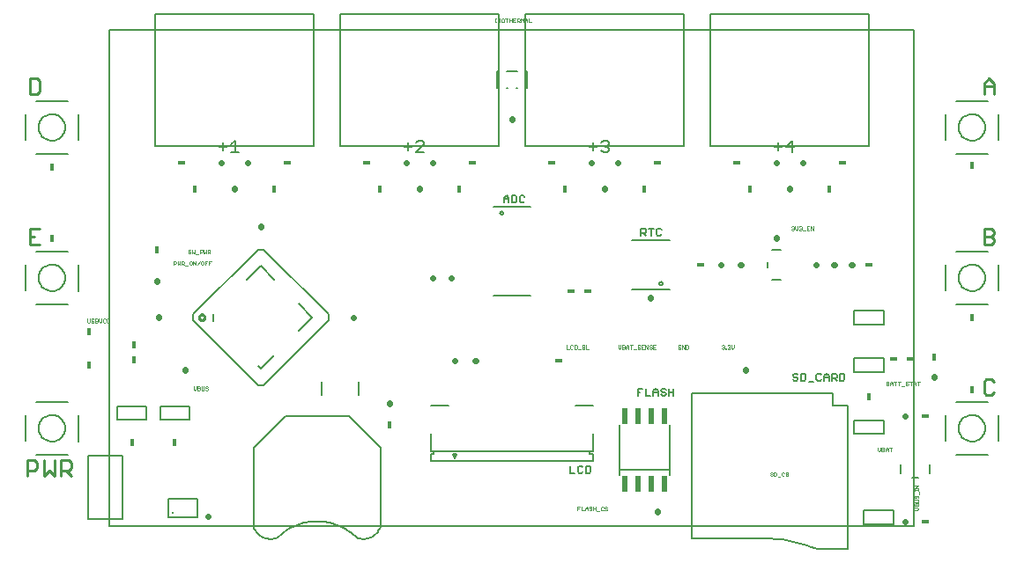
<source format=gto>
G75*
%MOIN*%
%OFA0B0*%
%FSLAX24Y24*%
%IPPOS*%
%LPD*%
%AMOC8*
5,1,8,0,0,1.08239X$1,22.5*
%
%ADD10C,0.0080*%
%ADD11C,0.0110*%
%ADD12C,0.0050*%
%ADD13C,0.0020*%
%ADD14C,0.0220*%
%ADD15R,0.0180X0.0300*%
%ADD16R,0.0300X0.0180*%
%ADD17C,0.0060*%
%ADD18R,0.0193X0.0598*%
%ADD19C,0.0100*%
%ADD20C,0.0079*%
D10*
X022271Y017330D02*
X023373Y017330D01*
X023373Y018023D01*
X022271Y018023D01*
X022271Y017330D01*
X025485Y016943D02*
X025485Y019943D01*
X026685Y021143D01*
X029085Y021143D01*
X030285Y019943D01*
X030285Y016943D01*
X030264Y016895D01*
X030240Y016849D01*
X030213Y016805D01*
X030182Y016763D01*
X030148Y016723D01*
X030112Y016686D01*
X030073Y016652D01*
X030031Y016621D01*
X029987Y016593D01*
X029941Y016568D01*
X029894Y016547D01*
X029845Y016529D01*
X029795Y016516D01*
X029743Y016505D01*
X029692Y016499D01*
X029640Y016497D01*
X029588Y016499D01*
X029536Y016504D01*
X029485Y016513D01*
X029434Y016527D01*
X029385Y016543D01*
X029320Y016605D01*
X029252Y016665D01*
X029182Y016721D01*
X029110Y016775D01*
X029035Y016825D01*
X028958Y016872D01*
X028880Y016916D01*
X028799Y016957D01*
X028717Y016994D01*
X028634Y017027D01*
X028549Y017057D01*
X028463Y017084D01*
X028376Y017106D01*
X028288Y017125D01*
X028199Y017141D01*
X028110Y017152D01*
X028020Y017160D01*
X027930Y017164D01*
X027840Y017164D01*
X027750Y017160D01*
X027660Y017152D01*
X027571Y017141D01*
X027482Y017125D01*
X027394Y017106D01*
X027307Y017084D01*
X027221Y017057D01*
X027136Y017027D01*
X027053Y016994D01*
X026971Y016957D01*
X026890Y016916D01*
X026812Y016872D01*
X026735Y016825D01*
X026660Y016775D01*
X026588Y016721D01*
X026518Y016665D01*
X026450Y016605D01*
X026385Y016543D01*
X026336Y016527D01*
X026285Y016513D01*
X026234Y016504D01*
X026182Y016499D01*
X026130Y016497D01*
X026078Y016499D01*
X026027Y016505D01*
X025975Y016516D01*
X025925Y016529D01*
X025876Y016547D01*
X025829Y016568D01*
X025783Y016593D01*
X025739Y016621D01*
X025697Y016652D01*
X025658Y016686D01*
X025622Y016723D01*
X025588Y016763D01*
X025557Y016805D01*
X025530Y016849D01*
X025506Y016895D01*
X025485Y016943D01*
X032189Y019439D02*
X038330Y019439D01*
X038330Y019714D01*
X038212Y019714D01*
X038212Y019832D01*
X032307Y019832D01*
X032307Y019714D01*
X032189Y019714D01*
X032189Y019439D01*
X032189Y019832D02*
X032189Y020490D01*
X032189Y019832D02*
X032307Y019832D01*
X033015Y019714D02*
X033094Y019557D01*
X033173Y019714D01*
X033015Y019714D01*
X033027Y019690D02*
X033161Y019690D01*
X033122Y019612D02*
X033067Y019612D01*
X032858Y021565D02*
X032189Y021565D01*
X029468Y021950D02*
X029468Y022462D01*
X028051Y022462D02*
X028051Y021950D01*
X026275Y023460D02*
X025760Y022945D01*
X025648Y023056D01*
X025648Y022332D02*
X023198Y024782D01*
X023198Y025005D01*
X025648Y027454D01*
X025871Y027454D01*
X028321Y025005D01*
X028321Y024782D01*
X025871Y022332D01*
X025648Y022332D01*
X027193Y024378D02*
X027708Y024893D01*
X027193Y025408D01*
X026275Y026327D02*
X025760Y026842D01*
X025244Y026327D01*
X023950Y025033D02*
X023950Y024754D01*
X018860Y025893D02*
X018860Y026881D01*
X018466Y027393D02*
X017253Y027393D01*
X016860Y026881D02*
X016860Y025905D01*
X017253Y025393D02*
X018466Y025393D01*
X017360Y026393D02*
X017362Y026437D01*
X017368Y026481D01*
X017378Y026524D01*
X017391Y026566D01*
X017408Y026607D01*
X017429Y026646D01*
X017453Y026683D01*
X017480Y026718D01*
X017510Y026750D01*
X017543Y026780D01*
X017579Y026806D01*
X017616Y026830D01*
X017656Y026849D01*
X017697Y026866D01*
X017740Y026878D01*
X017783Y026887D01*
X017827Y026892D01*
X017871Y026893D01*
X017915Y026890D01*
X017959Y026883D01*
X018002Y026872D01*
X018044Y026858D01*
X018084Y026840D01*
X018123Y026818D01*
X018159Y026794D01*
X018193Y026766D01*
X018225Y026735D01*
X018254Y026701D01*
X018280Y026665D01*
X018302Y026627D01*
X018321Y026587D01*
X018336Y026545D01*
X018348Y026503D01*
X018356Y026459D01*
X018360Y026415D01*
X018360Y026371D01*
X018356Y026327D01*
X018348Y026283D01*
X018336Y026241D01*
X018321Y026199D01*
X018302Y026159D01*
X018280Y026121D01*
X018254Y026085D01*
X018225Y026051D01*
X018193Y026020D01*
X018159Y025992D01*
X018123Y025968D01*
X018084Y025946D01*
X018044Y025928D01*
X018002Y025914D01*
X017959Y025903D01*
X017915Y025896D01*
X017871Y025893D01*
X017827Y025894D01*
X017783Y025899D01*
X017740Y025908D01*
X017697Y025920D01*
X017656Y025937D01*
X017616Y025956D01*
X017579Y025980D01*
X017543Y026006D01*
X017510Y026036D01*
X017480Y026068D01*
X017453Y026103D01*
X017429Y026140D01*
X017408Y026179D01*
X017391Y026220D01*
X017378Y026262D01*
X017368Y026305D01*
X017362Y026349D01*
X017360Y026393D01*
X017253Y021693D02*
X018466Y021693D01*
X018860Y021181D02*
X018860Y020193D01*
X018466Y019693D02*
X017253Y019693D01*
X016860Y020205D02*
X016860Y021181D01*
X017360Y020693D02*
X017362Y020737D01*
X017368Y020781D01*
X017378Y020824D01*
X017391Y020866D01*
X017408Y020907D01*
X017429Y020946D01*
X017453Y020983D01*
X017480Y021018D01*
X017510Y021050D01*
X017543Y021080D01*
X017579Y021106D01*
X017616Y021130D01*
X017656Y021149D01*
X017697Y021166D01*
X017740Y021178D01*
X017783Y021187D01*
X017827Y021192D01*
X017871Y021193D01*
X017915Y021190D01*
X017959Y021183D01*
X018002Y021172D01*
X018044Y021158D01*
X018084Y021140D01*
X018123Y021118D01*
X018159Y021094D01*
X018193Y021066D01*
X018225Y021035D01*
X018254Y021001D01*
X018280Y020965D01*
X018302Y020927D01*
X018321Y020887D01*
X018336Y020845D01*
X018348Y020803D01*
X018356Y020759D01*
X018360Y020715D01*
X018360Y020671D01*
X018356Y020627D01*
X018348Y020583D01*
X018336Y020541D01*
X018321Y020499D01*
X018302Y020459D01*
X018280Y020421D01*
X018254Y020385D01*
X018225Y020351D01*
X018193Y020320D01*
X018159Y020292D01*
X018123Y020268D01*
X018084Y020246D01*
X018044Y020228D01*
X018002Y020214D01*
X017959Y020203D01*
X017915Y020196D01*
X017871Y020193D01*
X017827Y020194D01*
X017783Y020199D01*
X017740Y020208D01*
X017697Y020220D01*
X017656Y020237D01*
X017616Y020256D01*
X017579Y020280D01*
X017543Y020306D01*
X017510Y020336D01*
X017480Y020368D01*
X017453Y020403D01*
X017429Y020440D01*
X017408Y020479D01*
X017391Y020520D01*
X017378Y020562D01*
X017368Y020605D01*
X017362Y020649D01*
X017360Y020693D01*
X017253Y031093D02*
X018466Y031093D01*
X018860Y031605D02*
X018860Y032581D01*
X018466Y033093D02*
X017253Y033093D01*
X016860Y032593D02*
X016860Y031605D01*
X017360Y032093D02*
X017362Y032137D01*
X017368Y032181D01*
X017378Y032224D01*
X017391Y032266D01*
X017408Y032307D01*
X017429Y032346D01*
X017453Y032383D01*
X017480Y032418D01*
X017510Y032450D01*
X017543Y032480D01*
X017579Y032506D01*
X017616Y032530D01*
X017656Y032549D01*
X017697Y032566D01*
X017740Y032578D01*
X017783Y032587D01*
X017827Y032592D01*
X017871Y032593D01*
X017915Y032590D01*
X017959Y032583D01*
X018002Y032572D01*
X018044Y032558D01*
X018084Y032540D01*
X018123Y032518D01*
X018159Y032494D01*
X018193Y032466D01*
X018225Y032435D01*
X018254Y032401D01*
X018280Y032365D01*
X018302Y032327D01*
X018321Y032287D01*
X018336Y032245D01*
X018348Y032203D01*
X018356Y032159D01*
X018360Y032115D01*
X018360Y032071D01*
X018356Y032027D01*
X018348Y031983D01*
X018336Y031941D01*
X018321Y031899D01*
X018302Y031859D01*
X018280Y031821D01*
X018254Y031785D01*
X018225Y031751D01*
X018193Y031720D01*
X018159Y031692D01*
X018123Y031668D01*
X018084Y031646D01*
X018044Y031628D01*
X018002Y031614D01*
X017959Y031603D01*
X017915Y031596D01*
X017871Y031593D01*
X017827Y031594D01*
X017783Y031599D01*
X017740Y031608D01*
X017697Y031620D01*
X017656Y031637D01*
X017616Y031656D01*
X017579Y031680D01*
X017543Y031706D01*
X017510Y031736D01*
X017480Y031768D01*
X017453Y031803D01*
X017429Y031840D01*
X017408Y031879D01*
X017391Y031920D01*
X017378Y031962D01*
X017368Y032005D01*
X017362Y032049D01*
X017360Y032093D01*
X024187Y031368D02*
X024467Y031368D01*
X024647Y031439D02*
X024788Y031579D01*
X024788Y031158D01*
X024928Y031158D02*
X024647Y031158D01*
X024327Y031228D02*
X024327Y031509D01*
X031187Y031368D02*
X031467Y031368D01*
X031327Y031228D02*
X031327Y031509D01*
X031647Y031509D02*
X031717Y031579D01*
X031858Y031579D01*
X031928Y031509D01*
X031928Y031439D01*
X031647Y031158D01*
X031928Y031158D01*
X034813Y028853D02*
X034815Y028868D01*
X034821Y028881D01*
X034830Y028893D01*
X034841Y028902D01*
X034855Y028908D01*
X034870Y028910D01*
X034885Y028908D01*
X034898Y028902D01*
X034910Y028893D01*
X034919Y028882D01*
X034925Y028868D01*
X034927Y028853D01*
X034925Y028838D01*
X034919Y028825D01*
X034910Y028813D01*
X034899Y028804D01*
X034885Y028798D01*
X034870Y028796D01*
X034855Y028798D01*
X034842Y028804D01*
X034830Y028813D01*
X034821Y028824D01*
X034815Y028838D01*
X034813Y028853D01*
X038187Y031368D02*
X038467Y031368D01*
X038327Y031228D02*
X038327Y031509D01*
X038647Y031509D02*
X038717Y031579D01*
X038858Y031579D01*
X038928Y031509D01*
X038928Y031439D01*
X038858Y031368D01*
X038928Y031298D01*
X038928Y031228D01*
X038858Y031158D01*
X038717Y031158D01*
X038647Y031228D01*
X038788Y031368D02*
X038858Y031368D01*
X045187Y031368D02*
X045467Y031368D01*
X045647Y031368D02*
X045858Y031579D01*
X045858Y031158D01*
X045928Y031368D02*
X045647Y031368D01*
X045327Y031509D02*
X045327Y031228D01*
X045429Y027453D02*
X045090Y027453D01*
X044940Y026999D02*
X044940Y026788D01*
X045090Y026333D02*
X045429Y026333D01*
X040843Y026183D02*
X040845Y026198D01*
X040851Y026211D01*
X040860Y026223D01*
X040871Y026232D01*
X040885Y026238D01*
X040900Y026240D01*
X040915Y026238D01*
X040928Y026232D01*
X040940Y026223D01*
X040949Y026212D01*
X040955Y026198D01*
X040957Y026183D01*
X040955Y026168D01*
X040949Y026155D01*
X040940Y026143D01*
X040929Y026134D01*
X040915Y026128D01*
X040900Y026126D01*
X040885Y026128D01*
X040872Y026134D01*
X040860Y026143D01*
X040851Y026154D01*
X040845Y026168D01*
X040843Y026183D01*
X038330Y021565D02*
X037661Y021565D01*
X039340Y020825D02*
X039340Y019108D01*
X041229Y019108D01*
X041229Y018912D01*
X041229Y019108D02*
X041229Y020825D01*
X039340Y019108D02*
X039340Y018912D01*
X038330Y019832D02*
X038212Y019832D01*
X038330Y019832D02*
X038330Y020490D01*
X049950Y019312D02*
X049950Y018974D01*
X050404Y018824D02*
X050615Y018824D01*
X051070Y018974D02*
X051070Y019312D01*
X052053Y019693D02*
X053266Y019693D01*
X053660Y020205D02*
X053660Y021181D01*
X053266Y021693D02*
X052053Y021693D01*
X051660Y021193D02*
X051660Y020205D01*
X052160Y020693D02*
X052162Y020737D01*
X052168Y020781D01*
X052178Y020824D01*
X052191Y020866D01*
X052208Y020907D01*
X052229Y020946D01*
X052253Y020983D01*
X052280Y021018D01*
X052310Y021050D01*
X052343Y021080D01*
X052379Y021106D01*
X052416Y021130D01*
X052456Y021149D01*
X052497Y021166D01*
X052540Y021178D01*
X052583Y021187D01*
X052627Y021192D01*
X052671Y021193D01*
X052715Y021190D01*
X052759Y021183D01*
X052802Y021172D01*
X052844Y021158D01*
X052884Y021140D01*
X052923Y021118D01*
X052959Y021094D01*
X052993Y021066D01*
X053025Y021035D01*
X053054Y021001D01*
X053080Y020965D01*
X053102Y020927D01*
X053121Y020887D01*
X053136Y020845D01*
X053148Y020803D01*
X053156Y020759D01*
X053160Y020715D01*
X053160Y020671D01*
X053156Y020627D01*
X053148Y020583D01*
X053136Y020541D01*
X053121Y020499D01*
X053102Y020459D01*
X053080Y020421D01*
X053054Y020385D01*
X053025Y020351D01*
X052993Y020320D01*
X052959Y020292D01*
X052923Y020268D01*
X052884Y020246D01*
X052844Y020228D01*
X052802Y020214D01*
X052759Y020203D01*
X052715Y020196D01*
X052671Y020193D01*
X052627Y020194D01*
X052583Y020199D01*
X052540Y020208D01*
X052497Y020220D01*
X052456Y020237D01*
X052416Y020256D01*
X052379Y020280D01*
X052343Y020306D01*
X052310Y020336D01*
X052280Y020368D01*
X052253Y020403D01*
X052229Y020440D01*
X052208Y020479D01*
X052191Y020520D01*
X052178Y020562D01*
X052168Y020605D01*
X052162Y020649D01*
X052160Y020693D01*
X052053Y025393D02*
X053266Y025393D01*
X053660Y025905D02*
X053660Y026881D01*
X053266Y027393D02*
X052053Y027393D01*
X051660Y026893D02*
X051660Y025905D01*
X052160Y026393D02*
X052162Y026437D01*
X052168Y026481D01*
X052178Y026524D01*
X052191Y026566D01*
X052208Y026607D01*
X052229Y026646D01*
X052253Y026683D01*
X052280Y026718D01*
X052310Y026750D01*
X052343Y026780D01*
X052379Y026806D01*
X052416Y026830D01*
X052456Y026849D01*
X052497Y026866D01*
X052540Y026878D01*
X052583Y026887D01*
X052627Y026892D01*
X052671Y026893D01*
X052715Y026890D01*
X052759Y026883D01*
X052802Y026872D01*
X052844Y026858D01*
X052884Y026840D01*
X052923Y026818D01*
X052959Y026794D01*
X052993Y026766D01*
X053025Y026735D01*
X053054Y026701D01*
X053080Y026665D01*
X053102Y026627D01*
X053121Y026587D01*
X053136Y026545D01*
X053148Y026503D01*
X053156Y026459D01*
X053160Y026415D01*
X053160Y026371D01*
X053156Y026327D01*
X053148Y026283D01*
X053136Y026241D01*
X053121Y026199D01*
X053102Y026159D01*
X053080Y026121D01*
X053054Y026085D01*
X053025Y026051D01*
X052993Y026020D01*
X052959Y025992D01*
X052923Y025968D01*
X052884Y025946D01*
X052844Y025928D01*
X052802Y025914D01*
X052759Y025903D01*
X052715Y025896D01*
X052671Y025893D01*
X052627Y025894D01*
X052583Y025899D01*
X052540Y025908D01*
X052497Y025920D01*
X052456Y025937D01*
X052416Y025956D01*
X052379Y025980D01*
X052343Y026006D01*
X052310Y026036D01*
X052280Y026068D01*
X052253Y026103D01*
X052229Y026140D01*
X052208Y026179D01*
X052191Y026220D01*
X052178Y026262D01*
X052168Y026305D01*
X052162Y026349D01*
X052160Y026393D01*
X052053Y031093D02*
X053266Y031093D01*
X053660Y031605D02*
X053660Y032581D01*
X053266Y033093D02*
X052053Y033093D01*
X051660Y032593D02*
X051660Y031605D01*
X052160Y032093D02*
X052162Y032137D01*
X052168Y032181D01*
X052178Y032224D01*
X052191Y032266D01*
X052208Y032307D01*
X052229Y032346D01*
X052253Y032383D01*
X052280Y032418D01*
X052310Y032450D01*
X052343Y032480D01*
X052379Y032506D01*
X052416Y032530D01*
X052456Y032549D01*
X052497Y032566D01*
X052540Y032578D01*
X052583Y032587D01*
X052627Y032592D01*
X052671Y032593D01*
X052715Y032590D01*
X052759Y032583D01*
X052802Y032572D01*
X052844Y032558D01*
X052884Y032540D01*
X052923Y032518D01*
X052959Y032494D01*
X052993Y032466D01*
X053025Y032435D01*
X053054Y032401D01*
X053080Y032365D01*
X053102Y032327D01*
X053121Y032287D01*
X053136Y032245D01*
X053148Y032203D01*
X053156Y032159D01*
X053160Y032115D01*
X053160Y032071D01*
X053156Y032027D01*
X053148Y031983D01*
X053136Y031941D01*
X053121Y031899D01*
X053102Y031859D01*
X053080Y031821D01*
X053054Y031785D01*
X053025Y031751D01*
X052993Y031720D01*
X052959Y031692D01*
X052923Y031668D01*
X052884Y031646D01*
X052844Y031628D01*
X052802Y031614D01*
X052759Y031603D01*
X052715Y031596D01*
X052671Y031593D01*
X052627Y031594D01*
X052583Y031599D01*
X052540Y031608D01*
X052497Y031620D01*
X052456Y031637D01*
X052416Y031656D01*
X052379Y031680D01*
X052343Y031706D01*
X052310Y031736D01*
X052280Y031768D01*
X052253Y031803D01*
X052229Y031840D01*
X052208Y031879D01*
X052191Y031920D01*
X052178Y031962D01*
X052168Y032005D01*
X052162Y032049D01*
X052160Y032093D01*
D11*
X053115Y033348D02*
X053115Y033742D01*
X053311Y033939D01*
X053508Y033742D01*
X053508Y033348D01*
X053508Y033644D02*
X053115Y033644D01*
X053115Y028239D02*
X053410Y028239D01*
X053508Y028140D01*
X053508Y028042D01*
X053410Y027944D01*
X053115Y027944D01*
X053410Y027944D02*
X053508Y027845D01*
X053508Y027747D01*
X053410Y027648D01*
X053115Y027648D01*
X053115Y028239D01*
X053213Y022539D02*
X053115Y022440D01*
X053115Y022047D01*
X053213Y021948D01*
X053410Y021948D01*
X053508Y022047D01*
X053508Y022440D02*
X053410Y022539D01*
X053213Y022539D01*
X018597Y019390D02*
X018597Y019194D01*
X018499Y019095D01*
X018204Y019095D01*
X018400Y019095D02*
X018597Y018898D01*
X018204Y018898D02*
X018204Y019489D01*
X018499Y019489D01*
X018597Y019390D01*
X017953Y019489D02*
X017953Y018898D01*
X017756Y019095D01*
X017559Y018898D01*
X017559Y019489D01*
X017308Y019390D02*
X017308Y019194D01*
X017210Y019095D01*
X016915Y019095D01*
X016915Y018898D02*
X016915Y019489D01*
X017210Y019489D01*
X017308Y019390D01*
X017408Y027648D02*
X017015Y027648D01*
X017015Y028239D01*
X017408Y028239D01*
X017211Y027944D02*
X017015Y027944D01*
X017015Y033348D02*
X017310Y033348D01*
X017408Y033447D01*
X017408Y033840D01*
X017310Y033939D01*
X017015Y033939D01*
X017015Y033348D01*
D12*
X020043Y035803D02*
X020043Y016984D01*
X050476Y016984D01*
X050476Y035803D01*
X020043Y035803D01*
X021760Y036393D02*
X027760Y036393D01*
X027760Y031393D01*
X021760Y031393D01*
X021760Y036393D01*
X028760Y036393D02*
X034760Y036393D01*
X034760Y031393D01*
X028760Y031393D01*
X028760Y036393D01*
X035760Y036393D02*
X035760Y031393D01*
X041760Y031393D01*
X041760Y036393D01*
X035760Y036393D01*
X042760Y036393D02*
X048760Y036393D01*
X048760Y031393D01*
X042760Y031393D01*
X042760Y036393D01*
X035729Y029468D02*
X035684Y029514D01*
X035594Y029514D01*
X035549Y029468D01*
X035549Y029288D01*
X035594Y029243D01*
X035684Y029243D01*
X035729Y029288D01*
X035434Y029288D02*
X035434Y029468D01*
X035389Y029514D01*
X035254Y029514D01*
X035254Y029243D01*
X035389Y029243D01*
X035434Y029288D01*
X035140Y029243D02*
X035140Y029423D01*
X035050Y029514D01*
X034960Y029423D01*
X034960Y029243D01*
X034960Y029378D02*
X035140Y029378D01*
X040147Y028264D02*
X040282Y028264D01*
X040327Y028218D01*
X040327Y028128D01*
X040282Y028083D01*
X040147Y028083D01*
X040147Y027993D02*
X040147Y028264D01*
X040237Y028083D02*
X040327Y027993D01*
X040532Y027993D02*
X040532Y028264D01*
X040442Y028264D02*
X040622Y028264D01*
X040736Y028218D02*
X040736Y028038D01*
X040781Y027993D01*
X040871Y027993D01*
X040916Y028038D01*
X040916Y028218D02*
X040871Y028264D01*
X040781Y028264D01*
X040736Y028218D01*
X045942Y022764D02*
X045897Y022718D01*
X045897Y022673D01*
X045942Y022628D01*
X046032Y022628D01*
X046077Y022583D01*
X046077Y022538D01*
X046032Y022493D01*
X045942Y022493D01*
X045897Y022538D01*
X045942Y022764D02*
X046032Y022764D01*
X046077Y022718D01*
X046192Y022764D02*
X046327Y022764D01*
X046372Y022718D01*
X046372Y022538D01*
X046327Y022493D01*
X046192Y022493D01*
X046192Y022764D01*
X046486Y022448D02*
X046666Y022448D01*
X046781Y022538D02*
X046826Y022493D01*
X046916Y022493D01*
X046961Y022538D01*
X047076Y022493D02*
X047076Y022673D01*
X047166Y022764D01*
X047256Y022673D01*
X047256Y022493D01*
X047370Y022493D02*
X047370Y022764D01*
X047505Y022764D01*
X047550Y022718D01*
X047550Y022628D01*
X047505Y022583D01*
X047370Y022583D01*
X047460Y022583D02*
X047550Y022493D01*
X047665Y022493D02*
X047800Y022493D01*
X047845Y022538D01*
X047845Y022718D01*
X047800Y022764D01*
X047665Y022764D01*
X047665Y022493D01*
X047256Y022628D02*
X047076Y022628D01*
X046961Y022718D02*
X046916Y022764D01*
X046826Y022764D01*
X046781Y022718D01*
X046781Y022538D01*
X047410Y022020D02*
X047410Y021570D01*
X047960Y021570D01*
X047960Y016120D01*
X046963Y016120D01*
X046906Y016121D01*
X046848Y016126D01*
X046791Y016133D01*
X046735Y016144D01*
X046679Y016157D01*
X046624Y016173D01*
X046569Y016192D01*
X044789Y016520D02*
X042060Y016520D01*
X042060Y022020D01*
X047410Y022020D01*
X041381Y022066D02*
X041201Y022066D01*
X041086Y022021D02*
X041086Y021976D01*
X041041Y021931D01*
X040951Y021931D01*
X040906Y021976D01*
X040951Y022066D02*
X041041Y022066D01*
X041086Y022021D01*
X041086Y022156D02*
X041041Y022201D01*
X040951Y022201D01*
X040906Y022156D01*
X040906Y022111D01*
X040951Y022066D01*
X040791Y022066D02*
X040611Y022066D01*
X040611Y022111D02*
X040701Y022201D01*
X040791Y022111D01*
X040791Y021931D01*
X040611Y021931D02*
X040611Y022111D01*
X040497Y021931D02*
X040317Y021931D01*
X040317Y022201D01*
X040202Y022201D02*
X040022Y022201D01*
X040022Y021931D01*
X040022Y022066D02*
X040112Y022066D01*
X041201Y021931D02*
X041201Y022201D01*
X041381Y022201D02*
X041381Y021931D01*
X038229Y019218D02*
X038184Y019264D01*
X038049Y019264D01*
X038049Y018993D01*
X038184Y018993D01*
X038229Y019038D01*
X038229Y019218D01*
X037934Y019218D02*
X037889Y019264D01*
X037799Y019264D01*
X037754Y019218D01*
X037754Y019038D01*
X037799Y018993D01*
X037889Y018993D01*
X037934Y019038D01*
X037640Y018993D02*
X037460Y018993D01*
X037460Y019264D01*
X044789Y016520D02*
X044929Y016518D01*
X045069Y016512D01*
X045208Y016502D01*
X045348Y016489D01*
X045487Y016471D01*
X045625Y016450D01*
X045763Y016424D01*
X045900Y016395D01*
X046036Y016362D01*
X046171Y016325D01*
X046305Y016285D01*
X046437Y016240D01*
X046569Y016192D01*
X020535Y017256D02*
X019235Y017256D01*
X019235Y019656D01*
X020535Y019656D01*
X020535Y017256D01*
D13*
X023272Y022136D02*
X023318Y022183D01*
X023318Y022276D01*
X023372Y022276D02*
X023442Y022276D01*
X023466Y022253D01*
X023466Y022229D01*
X023442Y022206D01*
X023372Y022206D01*
X023372Y022136D02*
X023372Y022276D01*
X023442Y022206D02*
X023466Y022183D01*
X023466Y022159D01*
X023442Y022136D01*
X023372Y022136D01*
X023272Y022136D02*
X023225Y022183D01*
X023225Y022276D01*
X023520Y022276D02*
X023520Y022159D01*
X023543Y022136D01*
X023590Y022136D01*
X023613Y022159D01*
X023613Y022276D01*
X023667Y022253D02*
X023690Y022276D01*
X023737Y022276D01*
X023760Y022253D01*
X023737Y022206D02*
X023760Y022183D01*
X023760Y022159D01*
X023737Y022136D01*
X023690Y022136D01*
X023667Y022159D01*
X023690Y022206D02*
X023737Y022206D01*
X023690Y022206D02*
X023667Y022229D01*
X023667Y022253D01*
X020033Y024722D02*
X020009Y024698D01*
X019963Y024698D01*
X019939Y024722D01*
X019939Y024815D01*
X019963Y024838D01*
X020009Y024838D01*
X020033Y024815D01*
X019885Y024815D02*
X019862Y024838D01*
X019815Y024838D01*
X019792Y024815D01*
X019792Y024722D01*
X019815Y024698D01*
X019862Y024698D01*
X019885Y024722D01*
X019738Y024745D02*
X019738Y024838D01*
X019738Y024745D02*
X019691Y024698D01*
X019645Y024745D01*
X019645Y024838D01*
X019591Y024815D02*
X019591Y024792D01*
X019567Y024768D01*
X019497Y024768D01*
X019443Y024745D02*
X019443Y024722D01*
X019420Y024698D01*
X019373Y024698D01*
X019350Y024722D01*
X019373Y024768D02*
X019420Y024768D01*
X019443Y024745D01*
X019443Y024815D02*
X019420Y024838D01*
X019373Y024838D01*
X019350Y024815D01*
X019350Y024792D01*
X019373Y024768D01*
X019296Y024722D02*
X019296Y024838D01*
X019203Y024838D02*
X019203Y024722D01*
X019226Y024698D01*
X019273Y024698D01*
X019296Y024722D01*
X019497Y024698D02*
X019567Y024698D01*
X019591Y024722D01*
X019591Y024745D01*
X019567Y024768D01*
X019591Y024815D02*
X019567Y024838D01*
X019497Y024838D01*
X019497Y024698D01*
X022470Y026886D02*
X022470Y027026D01*
X022540Y027026D01*
X022564Y027003D01*
X022564Y026956D01*
X022540Y026933D01*
X022470Y026933D01*
X022618Y026886D02*
X022664Y026933D01*
X022711Y026886D01*
X022711Y027026D01*
X022765Y027026D02*
X022835Y027026D01*
X022858Y027003D01*
X022858Y026956D01*
X022835Y026933D01*
X022765Y026933D01*
X022812Y026933D02*
X022858Y026886D01*
X022912Y026862D02*
X023006Y026862D01*
X023060Y026909D02*
X023083Y026886D01*
X023130Y026886D01*
X023153Y026909D01*
X023153Y027003D01*
X023130Y027026D01*
X023083Y027026D01*
X023060Y027003D01*
X023060Y026909D01*
X023207Y026886D02*
X023207Y027026D01*
X023300Y026886D01*
X023300Y027026D01*
X023448Y027026D02*
X023354Y026886D01*
X023502Y026909D02*
X023525Y026886D01*
X023572Y026886D01*
X023595Y026909D01*
X023595Y027003D01*
X023572Y027026D01*
X023525Y027026D01*
X023502Y027003D01*
X023502Y026909D01*
X023649Y026886D02*
X023649Y027026D01*
X023742Y027026D01*
X023796Y027026D02*
X023890Y027026D01*
X023843Y026956D02*
X023796Y026956D01*
X023796Y026886D02*
X023796Y027026D01*
X023696Y026956D02*
X023649Y026956D01*
X023604Y027323D02*
X023651Y027370D01*
X023698Y027323D01*
X023698Y027463D01*
X023752Y027463D02*
X023822Y027463D01*
X023845Y027440D01*
X023845Y027393D01*
X023822Y027370D01*
X023752Y027370D01*
X023798Y027370D02*
X023845Y027323D01*
X023752Y027323D02*
X023752Y027463D01*
X023604Y027463D02*
X023604Y027323D01*
X023550Y027393D02*
X023527Y027370D01*
X023457Y027370D01*
X023457Y027323D02*
X023457Y027463D01*
X023527Y027463D01*
X023550Y027440D01*
X023550Y027393D01*
X023403Y027300D02*
X023310Y027300D01*
X023256Y027323D02*
X023256Y027463D01*
X023162Y027463D02*
X023162Y027323D01*
X023209Y027370D01*
X023256Y027323D01*
X023108Y027347D02*
X023085Y027323D01*
X023038Y027323D01*
X023015Y027347D01*
X023038Y027393D02*
X023085Y027393D01*
X023108Y027370D01*
X023108Y027347D01*
X023038Y027393D02*
X023015Y027417D01*
X023015Y027440D01*
X023038Y027463D01*
X023085Y027463D01*
X023108Y027440D01*
X022765Y027026D02*
X022765Y026886D01*
X022618Y026886D02*
X022618Y027026D01*
X034620Y036073D02*
X034667Y036073D01*
X034643Y036073D02*
X034643Y036213D01*
X034620Y036213D02*
X034667Y036213D01*
X034718Y036190D02*
X034718Y036167D01*
X034742Y036143D01*
X034788Y036143D01*
X034812Y036120D01*
X034812Y036097D01*
X034788Y036073D01*
X034742Y036073D01*
X034718Y036097D01*
X034718Y036190D02*
X034742Y036213D01*
X034788Y036213D01*
X034812Y036190D01*
X034865Y036190D02*
X034865Y036097D01*
X034889Y036073D01*
X034936Y036073D01*
X034959Y036097D01*
X034959Y036190D01*
X034936Y036213D01*
X034889Y036213D01*
X034865Y036190D01*
X035013Y036213D02*
X035106Y036213D01*
X035060Y036213D02*
X035060Y036073D01*
X035160Y036073D02*
X035160Y036213D01*
X035160Y036143D02*
X035254Y036143D01*
X035307Y036143D02*
X035354Y036143D01*
X035307Y036073D02*
X035401Y036073D01*
X035455Y036073D02*
X035455Y036213D01*
X035525Y036213D01*
X035548Y036190D01*
X035548Y036143D01*
X035525Y036120D01*
X035455Y036120D01*
X035501Y036120D02*
X035548Y036073D01*
X035602Y036073D02*
X035602Y036213D01*
X035649Y036167D01*
X035696Y036213D01*
X035696Y036073D01*
X035749Y036073D02*
X035749Y036167D01*
X035796Y036213D01*
X035843Y036167D01*
X035843Y036073D01*
X035897Y036073D02*
X035990Y036073D01*
X035897Y036073D02*
X035897Y036213D01*
X035843Y036143D02*
X035749Y036143D01*
X035401Y036213D02*
X035307Y036213D01*
X035307Y036073D01*
X035254Y036073D02*
X035254Y036213D01*
X045828Y028315D02*
X045851Y028338D01*
X045898Y028338D01*
X045921Y028315D01*
X045921Y028292D01*
X045898Y028268D01*
X045921Y028245D01*
X045921Y028222D01*
X045898Y028198D01*
X045851Y028198D01*
X045828Y028222D01*
X045874Y028268D02*
X045898Y028268D01*
X045975Y028245D02*
X046022Y028198D01*
X046068Y028245D01*
X046068Y028338D01*
X046122Y028315D02*
X046146Y028338D01*
X046192Y028338D01*
X046216Y028315D01*
X046216Y028292D01*
X046192Y028268D01*
X046216Y028245D01*
X046216Y028222D01*
X046192Y028198D01*
X046146Y028198D01*
X046122Y028222D01*
X046169Y028268D02*
X046192Y028268D01*
X046270Y028175D02*
X046363Y028175D01*
X046417Y028198D02*
X046510Y028198D01*
X046564Y028198D02*
X046564Y028338D01*
X046658Y028198D01*
X046658Y028338D01*
X046510Y028338D02*
X046417Y028338D01*
X046417Y028198D01*
X046417Y028268D02*
X046464Y028268D01*
X045975Y028245D02*
X045975Y028338D01*
X043661Y023838D02*
X043661Y023745D01*
X043614Y023698D01*
X043568Y023745D01*
X043568Y023838D01*
X043514Y023815D02*
X043514Y023792D01*
X043490Y023768D01*
X043514Y023745D01*
X043514Y023722D01*
X043490Y023698D01*
X043444Y023698D01*
X043420Y023722D01*
X043370Y023722D02*
X043370Y023698D01*
X043347Y023698D01*
X043347Y023722D01*
X043370Y023722D01*
X043293Y023722D02*
X043269Y023698D01*
X043223Y023698D01*
X043199Y023722D01*
X043246Y023768D02*
X043269Y023768D01*
X043293Y023745D01*
X043293Y023722D01*
X043269Y023768D02*
X043293Y023792D01*
X043293Y023815D01*
X043269Y023838D01*
X043223Y023838D01*
X043199Y023815D01*
X043420Y023815D02*
X043444Y023838D01*
X043490Y023838D01*
X043514Y023815D01*
X043490Y023768D02*
X043467Y023768D01*
X041937Y023722D02*
X041937Y023815D01*
X041913Y023838D01*
X041843Y023838D01*
X041843Y023698D01*
X041913Y023698D01*
X041937Y023722D01*
X041937Y023815D01*
X041913Y023838D01*
X041843Y023838D01*
X041843Y023698D01*
X041913Y023698D01*
X041937Y023722D01*
X041789Y023698D02*
X041789Y023838D01*
X041789Y023698D01*
X041696Y023838D01*
X041696Y023698D01*
X041696Y023838D01*
X041789Y023698D01*
X041642Y023722D02*
X041642Y023768D01*
X041595Y023768D01*
X041642Y023768D01*
X041642Y023722D01*
X041619Y023698D01*
X041572Y023698D01*
X041549Y023722D01*
X041549Y023815D01*
X041572Y023838D01*
X041619Y023838D01*
X041642Y023815D01*
X041619Y023838D01*
X041572Y023838D01*
X041549Y023815D01*
X041549Y023722D01*
X041572Y023698D01*
X041619Y023698D01*
X041642Y023722D01*
X040702Y023698D02*
X040609Y023698D01*
X040609Y023838D01*
X040702Y023838D01*
X040656Y023768D02*
X040609Y023768D01*
X040555Y023745D02*
X040555Y023722D01*
X040532Y023698D01*
X040485Y023698D01*
X040461Y023722D01*
X040485Y023768D02*
X040532Y023768D01*
X040555Y023745D01*
X040555Y023815D02*
X040532Y023838D01*
X040485Y023838D01*
X040461Y023815D01*
X040461Y023792D01*
X040485Y023768D01*
X040408Y023698D02*
X040408Y023838D01*
X040314Y023838D02*
X040408Y023698D01*
X040314Y023698D02*
X040314Y023838D01*
X040260Y023838D02*
X040167Y023838D01*
X040167Y023698D01*
X040260Y023698D01*
X040214Y023768D02*
X040167Y023768D01*
X040113Y023745D02*
X040113Y023722D01*
X040090Y023698D01*
X040043Y023698D01*
X040020Y023722D01*
X040043Y023768D02*
X040090Y023768D01*
X040113Y023745D01*
X040113Y023815D02*
X040090Y023838D01*
X040043Y023838D01*
X040020Y023815D01*
X040020Y023792D01*
X040043Y023768D01*
X039966Y023675D02*
X039872Y023675D01*
X039772Y023698D02*
X039772Y023838D01*
X039818Y023838D02*
X039725Y023838D01*
X039671Y023792D02*
X039671Y023698D01*
X039671Y023768D02*
X039578Y023768D01*
X039578Y023792D02*
X039624Y023838D01*
X039671Y023792D01*
X039578Y023792D02*
X039578Y023698D01*
X039524Y023722D02*
X039500Y023698D01*
X039430Y023698D01*
X039430Y023838D01*
X039500Y023838D01*
X039524Y023815D01*
X039524Y023792D01*
X039500Y023768D01*
X039430Y023768D01*
X039376Y023745D02*
X039376Y023838D01*
X039376Y023745D02*
X039330Y023698D01*
X039283Y023745D01*
X039283Y023838D01*
X039500Y023768D02*
X039524Y023745D01*
X039524Y023722D01*
X038158Y023698D02*
X038064Y023698D01*
X038064Y023838D01*
X038010Y023815D02*
X038010Y023792D01*
X037987Y023768D01*
X037917Y023768D01*
X037917Y023698D02*
X037987Y023698D01*
X038010Y023722D01*
X038010Y023745D01*
X037987Y023768D01*
X038010Y023815D02*
X037987Y023838D01*
X037917Y023838D01*
X037917Y023698D01*
X037863Y023675D02*
X037770Y023675D01*
X037716Y023722D02*
X037716Y023815D01*
X037692Y023838D01*
X037622Y023838D01*
X037622Y023698D01*
X037692Y023698D01*
X037716Y023722D01*
X037568Y023722D02*
X037545Y023698D01*
X037498Y023698D01*
X037475Y023722D01*
X037475Y023815D01*
X037498Y023838D01*
X037545Y023838D01*
X037568Y023815D01*
X037421Y023698D02*
X037328Y023698D01*
X037328Y023838D01*
X045026Y019003D02*
X045026Y018979D01*
X045050Y018956D01*
X045096Y018956D01*
X045120Y018933D01*
X045120Y018909D01*
X045096Y018886D01*
X045050Y018886D01*
X045026Y018909D01*
X045026Y019003D02*
X045050Y019026D01*
X045096Y019026D01*
X045120Y019003D01*
X045174Y019026D02*
X045244Y019026D01*
X045267Y019003D01*
X045267Y018909D01*
X045244Y018886D01*
X045174Y018886D01*
X045174Y019026D01*
X045321Y018862D02*
X045414Y018862D01*
X045468Y018909D02*
X045492Y018886D01*
X045538Y018886D01*
X045562Y018909D01*
X045616Y018909D02*
X045639Y018886D01*
X045686Y018886D01*
X045709Y018909D01*
X045709Y018933D01*
X045686Y018956D01*
X045639Y018956D01*
X045616Y018979D01*
X045616Y019003D01*
X045639Y019026D01*
X045686Y019026D01*
X045709Y019003D01*
X045562Y019003D02*
X045538Y019026D01*
X045492Y019026D01*
X045468Y019003D01*
X045468Y018909D01*
X049100Y019870D02*
X049147Y019823D01*
X049193Y019870D01*
X049193Y019963D01*
X049247Y019963D02*
X049317Y019963D01*
X049341Y019940D01*
X049341Y019917D01*
X049317Y019893D01*
X049247Y019893D01*
X049247Y019823D02*
X049317Y019823D01*
X049341Y019847D01*
X049341Y019870D01*
X049317Y019893D01*
X049395Y019893D02*
X049488Y019893D01*
X049488Y019917D02*
X049488Y019823D01*
X049395Y019823D02*
X049395Y019917D01*
X049441Y019963D01*
X049488Y019917D01*
X049542Y019963D02*
X049635Y019963D01*
X049589Y019963D02*
X049589Y019823D01*
X049247Y019823D02*
X049247Y019963D01*
X049100Y019963D02*
X049100Y019870D01*
X050502Y018528D02*
X050642Y018528D01*
X050502Y018435D01*
X050642Y018435D01*
X050642Y018383D02*
X050642Y018336D01*
X050642Y018360D02*
X050502Y018360D01*
X050502Y018383D02*
X050502Y018336D01*
X050665Y018282D02*
X050665Y018189D01*
X050619Y018135D02*
X050642Y018112D01*
X050642Y018065D01*
X050619Y018042D01*
X050572Y018065D02*
X050572Y018112D01*
X050595Y018135D01*
X050619Y018135D01*
X050572Y018065D02*
X050549Y018042D01*
X050525Y018042D01*
X050502Y018065D01*
X050502Y018112D01*
X050525Y018135D01*
X050502Y017988D02*
X050619Y017988D01*
X050642Y017964D01*
X050642Y017918D01*
X050619Y017894D01*
X050502Y017894D01*
X050525Y017840D02*
X050549Y017840D01*
X050572Y017817D01*
X050572Y017747D01*
X050595Y017693D02*
X050502Y017693D01*
X050502Y017747D02*
X050502Y017817D01*
X050525Y017840D01*
X050572Y017817D02*
X050595Y017840D01*
X050619Y017840D01*
X050642Y017817D01*
X050642Y017747D01*
X050502Y017747D01*
X050595Y017693D02*
X050642Y017646D01*
X050595Y017600D01*
X050502Y017600D01*
X050102Y022300D02*
X050008Y022300D01*
X049908Y022323D02*
X049908Y022463D01*
X049954Y022463D02*
X049861Y022463D01*
X049807Y022463D02*
X049714Y022463D01*
X049760Y022463D02*
X049760Y022323D01*
X049660Y022323D02*
X049660Y022417D01*
X049613Y022463D01*
X049566Y022417D01*
X049566Y022323D01*
X049512Y022347D02*
X049489Y022323D01*
X049419Y022323D01*
X049419Y022463D01*
X049489Y022463D01*
X049512Y022440D01*
X049512Y022417D01*
X049489Y022393D01*
X049419Y022393D01*
X049489Y022393D02*
X049512Y022370D01*
X049512Y022347D01*
X049566Y022393D02*
X049660Y022393D01*
X050156Y022417D02*
X050179Y022393D01*
X050226Y022393D01*
X050249Y022370D01*
X050249Y022347D01*
X050226Y022323D01*
X050179Y022323D01*
X050156Y022347D01*
X050156Y022417D02*
X050156Y022440D01*
X050179Y022463D01*
X050226Y022463D01*
X050249Y022440D01*
X050303Y022463D02*
X050396Y022463D01*
X050350Y022463D02*
X050350Y022323D01*
X050450Y022323D02*
X050450Y022417D01*
X050497Y022463D01*
X050544Y022417D01*
X050544Y022323D01*
X050544Y022393D02*
X050450Y022393D01*
X050598Y022463D02*
X050691Y022463D01*
X050644Y022463D02*
X050644Y022323D01*
X038867Y017690D02*
X038844Y017713D01*
X038797Y017713D01*
X038774Y017690D01*
X038774Y017667D01*
X038797Y017643D01*
X038844Y017643D01*
X038867Y017620D01*
X038867Y017597D01*
X038844Y017573D01*
X038797Y017573D01*
X038774Y017597D01*
X038720Y017597D02*
X038697Y017573D01*
X038650Y017573D01*
X038627Y017597D01*
X038627Y017690D01*
X038650Y017713D01*
X038697Y017713D01*
X038720Y017690D01*
X038573Y017550D02*
X038479Y017550D01*
X038425Y017573D02*
X038425Y017713D01*
X038425Y017643D02*
X038332Y017643D01*
X038278Y017620D02*
X038278Y017597D01*
X038255Y017573D01*
X038208Y017573D01*
X038185Y017597D01*
X038208Y017643D02*
X038255Y017643D01*
X038278Y017620D01*
X038278Y017690D02*
X038255Y017713D01*
X038208Y017713D01*
X038185Y017690D01*
X038185Y017667D01*
X038208Y017643D01*
X038131Y017643D02*
X038037Y017643D01*
X038037Y017667D02*
X038084Y017713D01*
X038131Y017667D01*
X038131Y017573D01*
X038037Y017573D02*
X038037Y017667D01*
X037983Y017573D02*
X037890Y017573D01*
X037890Y017713D01*
X037836Y017713D02*
X037743Y017713D01*
X037743Y017573D01*
X037743Y017643D02*
X037789Y017643D01*
X038332Y017573D02*
X038332Y017713D01*
D14*
X040760Y017555D02*
X040760Y017531D01*
X044110Y022881D02*
X044110Y022905D01*
X040510Y025631D02*
X040510Y025655D01*
X043154Y026893D02*
X043178Y026893D01*
X043904Y026893D02*
X043928Y026893D01*
X045260Y027881D02*
X045260Y027905D01*
X046748Y026893D02*
X046772Y026893D01*
X047435Y026893D02*
X047459Y026893D01*
X048091Y026893D02*
X048115Y026893D01*
X045760Y029756D02*
X045760Y029780D01*
X046248Y030768D02*
X046272Y030768D01*
X045272Y030768D02*
X045248Y030768D01*
X039272Y030768D02*
X039248Y030768D01*
X038272Y030768D02*
X038248Y030768D01*
X038760Y029780D02*
X038760Y029756D01*
X035260Y032381D02*
X035260Y032405D01*
X032272Y030768D02*
X032248Y030768D01*
X031272Y030768D02*
X031248Y030768D01*
X031760Y029780D02*
X031760Y029756D01*
X032248Y026393D02*
X032272Y026393D01*
X032948Y026393D02*
X032972Y026393D01*
X029272Y024893D02*
X029248Y024893D01*
X033082Y023268D02*
X033106Y023268D01*
X033870Y023268D02*
X033894Y023268D01*
X030622Y021655D02*
X030622Y021631D01*
X023772Y017342D02*
X023748Y017342D01*
X022885Y022881D02*
X022885Y022905D01*
X021885Y024881D02*
X021885Y024905D01*
X021822Y026256D02*
X021822Y026280D01*
X025760Y028319D02*
X025760Y028343D01*
X024760Y029756D02*
X024760Y029780D01*
X025248Y030768D02*
X025272Y030768D01*
X024272Y030768D02*
X024248Y030768D01*
X050123Y021143D02*
X050147Y021143D01*
X051218Y022631D02*
X051218Y022655D01*
X050147Y017143D02*
X050123Y017143D01*
D15*
X048760Y021893D03*
X051218Y023393D03*
X052660Y022143D03*
X052660Y024893D03*
X047260Y029768D03*
X044260Y029768D03*
X040260Y029768D03*
X037260Y029768D03*
X033260Y029768D03*
X030260Y029768D03*
X026260Y029768D03*
X023260Y029768D03*
X021822Y027456D03*
X017860Y027893D03*
X017860Y030593D03*
X019260Y024361D03*
X019260Y023081D03*
X020978Y023275D03*
X020978Y023849D03*
X020885Y020143D03*
X022510Y020143D03*
X030622Y020831D03*
X052660Y030643D03*
D16*
X047760Y030768D03*
X043760Y030768D03*
X040760Y030768D03*
X036760Y030768D03*
X033760Y030768D03*
X029760Y030768D03*
X026760Y030768D03*
X022760Y030768D03*
X037510Y025893D03*
X038135Y025893D03*
X037031Y023268D03*
X042385Y026893D03*
X048760Y026893D03*
X049697Y023331D03*
X050322Y023331D03*
X050884Y021143D03*
X050885Y017143D03*
D17*
X049695Y017066D02*
X048575Y017066D01*
X048575Y017586D01*
X049695Y017586D01*
X049695Y017066D01*
X049320Y020482D02*
X048200Y020482D01*
X048200Y021002D01*
X049320Y021002D01*
X049320Y020482D01*
X049320Y022821D02*
X048200Y022821D01*
X048200Y023341D01*
X049320Y023341D01*
X049320Y022821D01*
X049320Y024633D02*
X048200Y024633D01*
X048200Y025153D01*
X049320Y025153D01*
X049320Y024633D01*
X041219Y025963D02*
X039800Y025963D01*
X039800Y027823D02*
X041219Y027823D01*
X035969Y029073D02*
X034550Y029073D01*
X034550Y025713D02*
X035969Y025713D01*
X035819Y033574D02*
X035782Y033574D01*
X035819Y033574D02*
X035819Y034212D01*
X035782Y034212D01*
X035465Y034212D02*
X035054Y034212D01*
X034737Y034212D02*
X034700Y034212D01*
X034700Y033574D01*
X034737Y033574D01*
X035054Y033574D02*
X035091Y033574D01*
X035428Y033574D02*
X035465Y033574D01*
X023070Y021528D02*
X021950Y021528D01*
X021950Y021008D01*
X023070Y021008D01*
X023070Y021528D01*
X021445Y021528D02*
X021445Y021008D01*
X020325Y021008D01*
X020325Y021528D01*
X021445Y021528D01*
D18*
X039535Y021164D03*
X040035Y021164D03*
X040535Y021164D03*
X041035Y021164D03*
X041035Y018573D03*
X040535Y018573D03*
X040035Y018573D03*
X039535Y018573D03*
D19*
X023421Y024893D02*
X023423Y024913D01*
X023428Y024933D01*
X023438Y024951D01*
X023450Y024968D01*
X023465Y024982D01*
X023483Y024992D01*
X023502Y025000D01*
X023522Y025004D01*
X023542Y025004D01*
X023562Y025000D01*
X023581Y024992D01*
X023599Y024982D01*
X023614Y024968D01*
X023626Y024951D01*
X023636Y024933D01*
X023641Y024913D01*
X023643Y024893D01*
X023641Y024873D01*
X023636Y024853D01*
X023626Y024835D01*
X023614Y024818D01*
X023599Y024804D01*
X023581Y024794D01*
X023562Y024786D01*
X023542Y024782D01*
X023522Y024782D01*
X023502Y024786D01*
X023483Y024794D01*
X023465Y024804D01*
X023450Y024818D01*
X023438Y024835D01*
X023428Y024853D01*
X023423Y024873D01*
X023421Y024893D01*
D20*
X022438Y017480D03*
M02*

</source>
